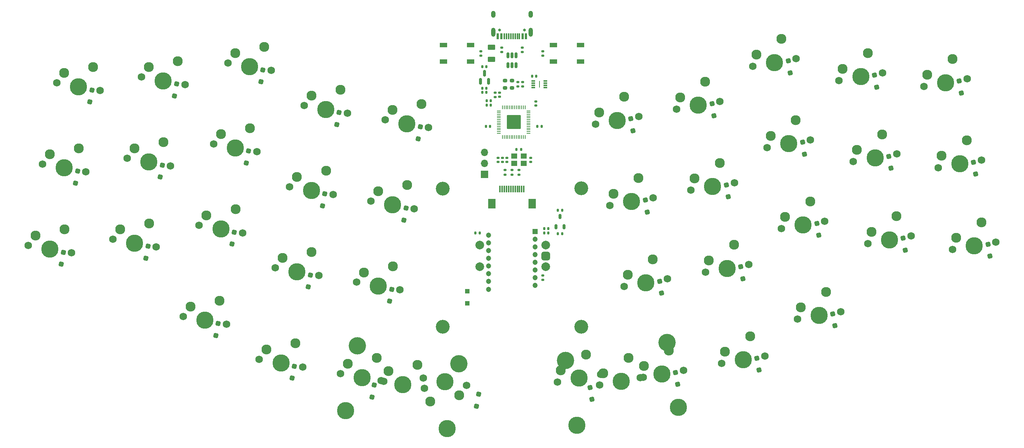
<source format=gbr>
%TF.GenerationSoftware,KiCad,Pcbnew,8.0.8*%
%TF.CreationDate,2025-05-06T20:43:44+02:00*%
%TF.ProjectId,Le Chisoffre,4c652043-6869-4736-9f66-6672652e6b69,rev?*%
%TF.SameCoordinates,Original*%
%TF.FileFunction,Soldermask,Bot*%
%TF.FilePolarity,Negative*%
%FSLAX46Y46*%
G04 Gerber Fmt 4.6, Leading zero omitted, Abs format (unit mm)*
G04 Created by KiCad (PCBNEW 8.0.8) date 2025-05-06 20:43:44*
%MOMM*%
%LPD*%
G01*
G04 APERTURE LIST*
G04 Aperture macros list*
%AMRoundRect*
0 Rectangle with rounded corners*
0 $1 Rounding radius*
0 $2 $3 $4 $5 $6 $7 $8 $9 X,Y pos of 4 corners*
0 Add a 4 corners polygon primitive as box body*
4,1,4,$2,$3,$4,$5,$6,$7,$8,$9,$2,$3,0*
0 Add four circle primitives for the rounded corners*
1,1,$1+$1,$2,$3*
1,1,$1+$1,$4,$5*
1,1,$1+$1,$6,$7*
1,1,$1+$1,$8,$9*
0 Add four rect primitives between the rounded corners*
20,1,$1+$1,$2,$3,$4,$5,0*
20,1,$1+$1,$4,$5,$6,$7,0*
20,1,$1+$1,$6,$7,$8,$9,0*
20,1,$1+$1,$8,$9,$2,$3,0*%
G04 Aperture macros list end*
%ADD10C,1.750000*%
%ADD11C,3.987800*%
%ADD12C,2.300000*%
%ADD13C,2.000000*%
%ADD14RoundRect,0.500000X0.500000X0.500000X-0.500000X0.500000X-0.500000X-0.500000X0.500000X-0.500000X0*%
%ADD15C,4.000000*%
%ADD16C,3.200000*%
%ADD17RoundRect,0.250000X0.347537X-0.243348X0.243348X0.347537X-0.347537X0.243348X-0.243348X-0.347537X0*%
%ADD18RoundRect,0.140000X0.170000X-0.140000X0.170000X0.140000X-0.170000X0.140000X-0.170000X-0.140000X0*%
%ADD19RoundRect,0.250000X0.243348X-0.347537X0.347537X0.243348X-0.243348X0.347537X-0.347537X-0.243348X0*%
%ADD20RoundRect,0.200000X-0.275000X0.200000X-0.275000X-0.200000X0.275000X-0.200000X0.275000X0.200000X0*%
%ADD21RoundRect,0.250000X0.300000X-0.300000X0.300000X0.300000X-0.300000X0.300000X-0.300000X-0.300000X0*%
%ADD22R,0.900000X0.300000*%
%ADD23R,0.250000X1.650000*%
%ADD24C,0.650000*%
%ADD25R,0.600000X1.450000*%
%ADD26R,0.300000X1.450000*%
%ADD27O,1.000000X1.600000*%
%ADD28O,1.000000X2.100000*%
%ADD29RoundRect,0.250000X-0.625000X0.375000X-0.625000X-0.375000X0.625000X-0.375000X0.625000X0.375000X0*%
%ADD30RoundRect,0.140000X-0.140000X-0.170000X0.140000X-0.170000X0.140000X0.170000X-0.140000X0.170000X0*%
%ADD31RoundRect,0.135000X0.135000X0.185000X-0.135000X0.185000X-0.135000X-0.185000X0.135000X-0.185000X0*%
%ADD32RoundRect,0.150000X0.150000X-0.450000X0.150000X0.450000X-0.150000X0.450000X-0.150000X-0.450000X0*%
%ADD33RoundRect,0.140000X0.140000X0.170000X-0.140000X0.170000X-0.140000X-0.170000X0.140000X-0.170000X0*%
%ADD34RoundRect,0.050000X0.387500X0.050000X-0.387500X0.050000X-0.387500X-0.050000X0.387500X-0.050000X0*%
%ADD35RoundRect,0.050000X0.050000X0.387500X-0.050000X0.387500X-0.050000X-0.387500X0.050000X-0.387500X0*%
%ADD36RoundRect,0.144000X1.456000X1.456000X-1.456000X1.456000X-1.456000X-1.456000X1.456000X-1.456000X0*%
%ADD37R,1.700000X1.000000*%
%ADD38RoundRect,0.135000X-0.185000X0.135000X-0.185000X-0.135000X0.185000X-0.135000X0.185000X0.135000X0*%
%ADD39RoundRect,0.150000X0.150000X-0.512500X0.150000X0.512500X-0.150000X0.512500X-0.150000X-0.512500X0*%
%ADD40RoundRect,0.135000X0.185000X-0.135000X0.185000X0.135000X-0.185000X0.135000X-0.185000X-0.135000X0*%
%ADD41R,1.400000X1.200000*%
%ADD42RoundRect,0.150000X0.150000X-0.587500X0.150000X0.587500X-0.150000X0.587500X-0.150000X-0.587500X0*%
%ADD43RoundRect,0.140000X-0.170000X0.140000X-0.170000X-0.140000X0.170000X-0.140000X0.170000X0.140000X0*%
%ADD44R,0.300000X1.600000*%
%ADD45R,1.800000X2.200000*%
%ADD46R,1.700000X1.700000*%
%ADD47O,1.700000X1.700000*%
%ADD48RoundRect,0.135000X-0.135000X-0.185000X0.135000X-0.185000X0.135000X0.185000X-0.135000X0.185000X0*%
%ADD49R,1.200000X1.200000*%
%ADD50C,1.200000*%
G04 APERTURE END LIST*
D10*
%TO.C,MX17*%
X192178612Y-73706304D03*
D11*
X197181435Y-72824171D03*
D10*
X202184258Y-71942038D03*
D12*
X192988251Y-70984359D03*
X198800714Y-67380281D03*
%TD*%
D10*
%TO.C,MX28*%
X213089398Y-82592687D03*
D11*
X218092221Y-81710554D03*
D10*
X223095044Y-80828421D03*
D12*
X213899037Y-79870742D03*
X219711500Y-76266664D03*
%TD*%
D10*
%TO.C,MX25*%
X114931578Y-94964223D03*
D11*
X119934401Y-95846356D03*
D10*
X124937224Y-96728489D03*
D12*
X116623350Y-92683345D03*
X123317945Y-91284599D03*
%TD*%
D10*
%TO.C,MX20*%
X249287374Y-68472457D03*
D11*
X254290197Y-67590324D03*
D10*
X259293020Y-66708191D03*
D12*
X250097013Y-65750512D03*
X255909476Y-62146434D03*
%TD*%
D10*
%TO.C,MX35*%
X199241187Y-113760158D03*
D11*
X204244010Y-112878025D03*
D10*
X209246833Y-111995892D03*
D12*
X200050826Y-111038213D03*
X205863289Y-107434135D03*
%TD*%
D10*
%TO.C,MX9*%
X226391789Y-48329720D03*
D11*
X231394612Y-47447587D03*
D10*
X236397435Y-46565454D03*
D12*
X227201428Y-45607775D03*
X233013891Y-42003697D03*
%TD*%
D13*
%TO.C,SW2*%
X158612500Y-91400000D03*
X158612500Y-86400000D03*
D14*
X158612500Y-88900000D03*
D13*
X143412500Y-86400000D03*
X143412500Y-91400000D03*
%TD*%
D10*
%TO.C,MX8*%
X206473403Y-45071512D03*
D11*
X211476226Y-44189379D03*
D10*
X216479049Y-43307246D03*
D12*
X207283042Y-42349567D03*
X213095505Y-38745489D03*
%TD*%
D10*
%TO.C,MX24*%
X96170990Y-91656225D03*
D11*
X101173813Y-92538358D03*
D10*
X106176636Y-93420491D03*
D12*
X97862762Y-89375347D03*
X104557357Y-87976601D03*
%TD*%
D10*
%TO.C,MX39*%
X161297358Y-118012792D03*
D11*
X166300181Y-117130659D03*
D10*
X171303004Y-116248526D03*
D12*
X162106997Y-115290847D03*
X167919460Y-111686769D03*
%TD*%
D10*
%TO.C,MX11*%
X42370225Y-67661791D03*
D11*
X47373048Y-68543924D03*
D10*
X52375871Y-69426057D03*
D12*
X44061997Y-65380913D03*
X50756592Y-63982167D03*
%TD*%
D10*
%TO.C,MX15*%
X118239576Y-76203635D03*
D11*
X123242399Y-77085768D03*
D10*
X128245222Y-77967901D03*
D12*
X119931348Y-73922757D03*
X126625943Y-72524011D03*
%TD*%
D10*
%TO.C,MX26*%
X176759102Y-95962495D03*
D11*
X181761925Y-95080362D03*
D10*
X186764748Y-94198229D03*
D12*
X177568741Y-93240550D03*
X183381204Y-89636472D03*
%TD*%
D10*
%TO.C,MX19*%
X229699787Y-67090308D03*
D11*
X234702610Y-66208175D03*
D10*
X239705433Y-65326042D03*
D12*
X230509426Y-64368363D03*
X236321889Y-60764285D03*
%TD*%
D10*
%TO.C,MX38*%
X140371298Y-118833195D03*
D11*
X135368475Y-117951062D03*
D10*
X130365652Y-117068929D03*
D12*
X138679526Y-121114073D03*
X131984931Y-122512819D03*
%TD*%
D10*
%TO.C,MX37*%
X111191565Y-116106005D03*
D11*
X116194388Y-116988138D03*
D10*
X121197211Y-117870271D03*
D12*
X112883337Y-113825127D03*
X119577932Y-112426381D03*
%TD*%
D10*
%TO.C,MX6*%
X170143106Y-58441320D03*
D11*
X175145929Y-57559187D03*
D10*
X180148752Y-56677054D03*
D12*
X170952745Y-55719375D03*
X176765208Y-52115297D03*
%TD*%
D10*
%TO.C,MX5*%
X121547573Y-57443048D03*
D11*
X126550396Y-58325181D03*
D10*
X131553219Y-59207314D03*
D12*
X123239345Y-55162170D03*
X129933940Y-53763424D03*
%TD*%
D10*
%TO.C,MX12*%
X61957812Y-66279642D03*
D11*
X66960635Y-67161775D03*
D10*
X71963458Y-68043908D03*
D12*
X63649584Y-63998764D03*
X70344179Y-62600018D03*
%TD*%
D10*
%TO.C,MX23*%
X78568202Y-81782022D03*
D11*
X83571025Y-82664155D03*
D10*
X88573848Y-83546288D03*
D12*
X80259974Y-79501144D03*
X86954569Y-78102398D03*
%TD*%
D10*
%TO.C,MX29*%
X233040865Y-86038502D03*
D11*
X238043688Y-85156369D03*
D10*
X243046511Y-84274236D03*
D12*
X233850504Y-83316557D03*
X239662967Y-79712479D03*
%TD*%
D10*
%TO.C,MX14*%
X99478988Y-72895638D03*
D11*
X104481811Y-73777771D03*
D10*
X109484634Y-74659904D03*
D12*
X101170760Y-70614760D03*
X107865355Y-69216014D03*
%TD*%
D15*
%TO.C,S2*%
X186611552Y-108905707D03*
X163160817Y-113040704D03*
D11*
X165807215Y-128049174D03*
X189257951Y-123914178D03*
%TD*%
D10*
%TO.C,MX2*%
X65265810Y-47519054D03*
D11*
X70268633Y-48401187D03*
D10*
X75271456Y-49283320D03*
D12*
X66957582Y-45238176D03*
X73652177Y-43839430D03*
%TD*%
D16*
%TO.C,H4*%
X166859205Y-105283250D03*
%TD*%
D10*
%TO.C,MX3*%
X85184197Y-44260847D03*
D11*
X90187020Y-45142980D03*
D10*
X95189843Y-46025113D03*
D12*
X86875969Y-41979969D03*
X93570564Y-40581223D03*
%TD*%
D10*
%TO.C,MX30*%
X252628452Y-87420651D03*
D11*
X257631275Y-86538518D03*
D10*
X262634098Y-85656385D03*
D12*
X253438091Y-84698706D03*
X259250554Y-81094628D03*
%TD*%
D10*
%TO.C,MX7*%
X188870614Y-54945716D03*
D11*
X193873437Y-54063583D03*
D10*
X198876260Y-53181450D03*
D12*
X189680253Y-52223771D03*
X195492716Y-48619693D03*
%TD*%
D10*
%TO.C,MX22*%
X58649815Y-85040230D03*
D11*
X63652638Y-85922363D03*
D10*
X68655461Y-86804496D03*
D12*
X60341587Y-82759352D03*
X67036182Y-81360606D03*
%TD*%
D10*
%TO.C,MX36*%
X216777816Y-103510743D03*
D11*
X221780639Y-102628610D03*
D10*
X226783462Y-101746477D03*
D12*
X217587455Y-100788798D03*
X223399918Y-97184720D03*
%TD*%
D10*
%TO.C,MX34*%
X171096294Y-118734221D03*
D11*
X176099117Y-117852088D03*
D10*
X181101940Y-116969955D03*
D12*
X171905933Y-116012276D03*
X177718396Y-112408198D03*
%TD*%
D16*
%TO.C,H3*%
X134853935Y-105290620D03*
%TD*%
D10*
%TO.C,MX31*%
X74846704Y-102887683D03*
D11*
X79849527Y-103769816D03*
D10*
X84852350Y-104651949D03*
D12*
X76538476Y-100606805D03*
X83233071Y-99208059D03*
%TD*%
D10*
%TO.C,MX21*%
X39062227Y-86422379D03*
D11*
X44065050Y-87304512D03*
D10*
X49067873Y-88186645D03*
D12*
X40753999Y-84141501D03*
X47448594Y-82742755D03*
%TD*%
D10*
%TO.C,MX10*%
X245979377Y-49711870D03*
D11*
X250982200Y-48829737D03*
D10*
X255985023Y-47947604D03*
D12*
X246789016Y-46989925D03*
X252601479Y-43385847D03*
%TD*%
D10*
%TO.C,MX33*%
X120580213Y-117738224D03*
D11*
X125583036Y-118620357D03*
D10*
X130585859Y-119502490D03*
D12*
X122271985Y-115457346D03*
X128966580Y-114058600D03*
%TD*%
D10*
%TO.C,MX4*%
X102786986Y-54135050D03*
D11*
X107789809Y-55017183D03*
D10*
X112792632Y-55899316D03*
D12*
X104478758Y-51854172D03*
X111173353Y-50455426D03*
%TD*%
D10*
%TO.C,MX32*%
X92449493Y-112761887D03*
D11*
X97452316Y-113644020D03*
D10*
X102455139Y-114526153D03*
D12*
X94141265Y-110481009D03*
X100835860Y-109082263D03*
%TD*%
D16*
%TO.C,H2*%
X166855645Y-73278740D03*
%TD*%
D15*
%TO.C,S1*%
X138521336Y-113808973D03*
X115070601Y-109673976D03*
D11*
X135874938Y-128817444D03*
X112424203Y-124682446D03*
%TD*%
D10*
%TO.C,MX13*%
X81876199Y-63021434D03*
D11*
X86879022Y-63903567D03*
D10*
X91881845Y-64785700D03*
D12*
X83567971Y-60740556D03*
X90262566Y-59341810D03*
%TD*%
D10*
%TO.C,MX40*%
X180471445Y-117049868D03*
D11*
X185474268Y-116167735D03*
D10*
X190477091Y-115285602D03*
D12*
X181281084Y-114327923D03*
X187093547Y-110723845D03*
%TD*%
D10*
%TO.C,MX16*%
X173451104Y-77201907D03*
D11*
X178453927Y-76319774D03*
D10*
X183456750Y-75437641D03*
D12*
X174260743Y-74479962D03*
X180073206Y-70875884D03*
%TD*%
D10*
%TO.C,MX1*%
X45678223Y-48901204D03*
D11*
X50681046Y-49783337D03*
D10*
X55683869Y-50665470D03*
D12*
X47369995Y-46620326D03*
X54064590Y-45221580D03*
%TD*%
D10*
%TO.C,MX18*%
X209781400Y-63832099D03*
D11*
X214784223Y-62949966D03*
D10*
X219787046Y-62067833D03*
D12*
X210591039Y-61110154D03*
X216403502Y-57506076D03*
%TD*%
D10*
%TO.C,MX27*%
X195519690Y-92654497D03*
D11*
X200522513Y-91772364D03*
D10*
X205525336Y-90890231D03*
D12*
X196329329Y-89932552D03*
X202141792Y-86328474D03*
%TD*%
D16*
%TO.C,H1*%
X134848345Y-73297790D03*
%TD*%
D17*
%TO.C,D28*%
X221737759Y-84101334D03*
X221251545Y-81343872D03*
%TD*%
%TO.C,D35*%
X207889548Y-115268805D03*
X207403334Y-112511343D03*
%TD*%
D18*
%TO.C,C15*%
X156368750Y-54141250D03*
X156368750Y-53181250D03*
%TD*%
D17*
%TO.C,D16*%
X182099465Y-78710554D03*
X181613251Y-75953092D03*
%TD*%
D19*
%TO.C,D32*%
X100060307Y-117137466D03*
X100546521Y-114380004D03*
%TD*%
D20*
%TO.C,R7*%
X150812500Y-48387500D03*
X150812500Y-50037500D03*
%TD*%
D17*
%TO.C,D40*%
X189119806Y-118558515D03*
X188633592Y-115801053D03*
%TD*%
%TO.C,D27*%
X204168051Y-94163144D03*
X203681837Y-91405682D03*
%TD*%
D19*
%TO.C,D25*%
X122542392Y-99339802D03*
X123028606Y-96582340D03*
%TD*%
D20*
%TO.C,R8*%
X149225000Y-48387500D03*
X149225000Y-50037500D03*
%TD*%
D19*
%TO.C,D2*%
X72876624Y-51894633D03*
X73362838Y-49137171D03*
%TD*%
%TO.C,D4*%
X110397800Y-58510629D03*
X110884014Y-55753167D03*
%TD*%
%TO.C,D11*%
X49981039Y-72037370D03*
X50467253Y-69279908D03*
%TD*%
D18*
%TO.C,C4*%
X147968732Y-52116199D03*
X147968732Y-51156199D03*
%TD*%
D21*
%TO.C,D41*%
X140493750Y-99825000D03*
X140493750Y-97025000D03*
%TD*%
D19*
%TO.C,D31*%
X82457518Y-107263262D03*
X82943732Y-104505800D03*
%TD*%
D22*
%TO.C,IC1*%
X158562500Y-48462500D03*
X158562500Y-48962500D03*
X158562500Y-49462500D03*
X158562500Y-49962500D03*
X155762500Y-49962500D03*
X155762500Y-49462500D03*
X155762500Y-48962500D03*
X155762500Y-48462500D03*
D23*
X157162500Y-49212500D03*
%TD*%
D17*
%TO.C,D10*%
X254627738Y-51220517D03*
X254141524Y-48463055D03*
%TD*%
%TO.C,D8*%
X215121764Y-46580159D03*
X214635550Y-43822697D03*
%TD*%
D24*
%TO.C,J1*%
X147922500Y-36655000D03*
X153702500Y-36655000D03*
D25*
X147562500Y-38100000D03*
X148362500Y-38100000D03*
D26*
X149562500Y-38100000D03*
X150562500Y-38100000D03*
X151062500Y-38100000D03*
X152062500Y-38100000D03*
D25*
X153262500Y-38100000D03*
X154062500Y-38100000D03*
X154062500Y-38100000D03*
X153262500Y-38100000D03*
D26*
X152562500Y-38100000D03*
X151562500Y-38100000D03*
X150062500Y-38100000D03*
X149062500Y-38100000D03*
D25*
X148362500Y-38100000D03*
X147562500Y-38100000D03*
D27*
X146492500Y-33005000D03*
D28*
X146492500Y-37185000D03*
D27*
X155132500Y-33005000D03*
D28*
X155132500Y-37185000D03*
%TD*%
D17*
%TO.C,D39*%
X169311857Y-122028731D03*
X168825643Y-119271269D03*
%TD*%
D29*
%TO.C,F1*%
X146050000Y-40668750D03*
X146050000Y-43468750D03*
%TD*%
D17*
%TO.C,D6*%
X178791467Y-59949967D03*
X178305253Y-57192505D03*
%TD*%
D30*
%TO.C,C16*%
X143982500Y-45143750D03*
X144942500Y-45143750D03*
%TD*%
D31*
%TO.C,R10*%
X143385000Y-83543750D03*
X142365000Y-83543750D03*
%TD*%
D17*
%TO.C,D18*%
X218429761Y-65340746D03*
X217943547Y-62583284D03*
%TD*%
D19*
%TO.C,D15*%
X125850390Y-80579214D03*
X126336604Y-77821752D03*
%TD*%
D32*
%TO.C,U4*%
X162875000Y-82162500D03*
X160975000Y-82162500D03*
X161925000Y-79762500D03*
%TD*%
D33*
%TO.C,C20*%
X162405248Y-78331937D03*
X161445248Y-78331937D03*
%TD*%
D34*
%TO.C,U3*%
X154680000Y-55343750D03*
X154680000Y-55743750D03*
X154680000Y-56143750D03*
X154680000Y-56543750D03*
X154680000Y-56943750D03*
X154680000Y-57343750D03*
X154680000Y-57743750D03*
X154680000Y-58143750D03*
X154680000Y-58543750D03*
X154680000Y-58943750D03*
X154680000Y-59343750D03*
X154680000Y-59743750D03*
X154680000Y-60143750D03*
X154680000Y-60543750D03*
D35*
X153842500Y-61381250D03*
X153442500Y-61381250D03*
X153042500Y-61381250D03*
X152642500Y-61381250D03*
X152242500Y-61381250D03*
X151842500Y-61381250D03*
X151442500Y-61381250D03*
X151042500Y-61381250D03*
X150642500Y-61381250D03*
X150242500Y-61381250D03*
X149842500Y-61381250D03*
X149442500Y-61381250D03*
X149042500Y-61381250D03*
X148642500Y-61381250D03*
D34*
X147805000Y-60543750D03*
X147805000Y-60143750D03*
X147805000Y-59743750D03*
X147805000Y-59343750D03*
X147805000Y-58943750D03*
X147805000Y-58543750D03*
X147805000Y-58143750D03*
X147805000Y-57743750D03*
X147805000Y-57343750D03*
X147805000Y-56943750D03*
X147805000Y-56543750D03*
X147805000Y-56143750D03*
X147805000Y-55743750D03*
X147805000Y-55343750D03*
D35*
X148642500Y-54506250D03*
X149042500Y-54506250D03*
X149442500Y-54506250D03*
X149842500Y-54506250D03*
X150242500Y-54506250D03*
X150642500Y-54506250D03*
X151042500Y-54506250D03*
X151442500Y-54506250D03*
X151842500Y-54506250D03*
X152242500Y-54506250D03*
X152642500Y-54506250D03*
X153042500Y-54506250D03*
X153442500Y-54506250D03*
X153842500Y-54506250D03*
D36*
X151242500Y-57943750D03*
%TD*%
D33*
%TO.C,C11*%
X145743796Y-58948805D03*
X144783796Y-58948805D03*
%TD*%
%TO.C,C19*%
X159230000Y-83543750D03*
X158270000Y-83543750D03*
%TD*%
D17*
%TO.C,D36*%
X225426177Y-105019390D03*
X224939963Y-102261928D03*
%TD*%
%TO.C,D19*%
X238348148Y-68598955D03*
X237861934Y-65841493D03*
%TD*%
D19*
%TO.C,D38*%
X142631893Y-123616231D03*
X143118107Y-120858769D03*
%TD*%
D37*
%TO.C,SW1*%
X160362500Y-43968750D03*
X166662500Y-43968750D03*
X160362500Y-40168750D03*
X166662500Y-40168750D03*
%TD*%
D38*
%TO.C,R12*%
X152400000Y-69056250D03*
X152400000Y-70076250D03*
%TD*%
D18*
%TO.C,C2*%
X155127910Y-67155957D03*
X155127910Y-66195957D03*
%TD*%
D33*
%TO.C,C17*%
X144942500Y-51100000D03*
X143982500Y-51100000D03*
%TD*%
D17*
%TO.C,D7*%
X197518975Y-56454363D03*
X197032761Y-53696901D03*
%TD*%
D30*
%TO.C,C18*%
X158270000Y-82550000D03*
X159230000Y-82550000D03*
%TD*%
D19*
%TO.C,D13*%
X89487013Y-67397013D03*
X89973227Y-64639551D03*
%TD*%
D17*
%TO.C,D17*%
X200826973Y-75214951D03*
X200340759Y-72457489D03*
%TD*%
D18*
%TO.C,C8*%
X146940809Y-52126373D03*
X146940809Y-51166373D03*
%TD*%
D19*
%TO.C,D12*%
X69568626Y-70655221D03*
X70054840Y-67897759D03*
%TD*%
%TO.C,D1*%
X53289037Y-53276783D03*
X53775251Y-50519321D03*
%TD*%
D39*
%TO.C,U1*%
X151762500Y-44793750D03*
X150812500Y-44793750D03*
X149862500Y-44793750D03*
X149862500Y-42518750D03*
X150812500Y-42518750D03*
X151762500Y-42518750D03*
%TD*%
D38*
%TO.C,R13*%
X150812500Y-69056250D03*
X150812500Y-70076250D03*
%TD*%
D30*
%TO.C,C1*%
X155482331Y-47306956D03*
X156442331Y-47306956D03*
%TD*%
D33*
%TO.C,C9*%
X145954723Y-54044548D03*
X144994723Y-54044548D03*
%TD*%
D19*
%TO.C,D23*%
X86179016Y-86157601D03*
X86665230Y-83400139D03*
%TD*%
D38*
%TO.C,R3*%
X148431250Y-40765000D03*
X148431250Y-41785000D03*
%TD*%
D30*
%TO.C,C12*%
X156690046Y-58948805D03*
X157650046Y-58948805D03*
%TD*%
D17*
%TO.C,D29*%
X241689226Y-87547149D03*
X241203012Y-84789687D03*
%TD*%
D40*
%TO.C,R9*%
X157956250Y-94456250D03*
X157956250Y-93436250D03*
%TD*%
D33*
%TO.C,C21*%
X162405000Y-83743750D03*
X161445000Y-83743750D03*
%TD*%
D41*
%TO.C,Y1*%
X151300000Y-65825000D03*
X153500000Y-65825000D03*
X153500000Y-67525000D03*
X151300000Y-67525000D03*
%TD*%
D37*
%TO.C,SWR1*%
X141262500Y-40168750D03*
X134962500Y-40168750D03*
X141262500Y-43968750D03*
X134962500Y-43968750D03*
%TD*%
D33*
%TO.C,C14*%
X145955013Y-52993014D03*
X144995013Y-52993014D03*
%TD*%
D19*
%TO.C,D21*%
X46673041Y-90797958D03*
X47159255Y-88040496D03*
%TD*%
%TO.C,D14*%
X107089802Y-77271217D03*
X107576016Y-74513755D03*
%TD*%
D38*
%TO.C,R5*%
X143668750Y-41558750D03*
X143668750Y-42578750D03*
%TD*%
D19*
%TO.C,D22*%
X66260629Y-89415809D03*
X66746843Y-86658347D03*
%TD*%
D38*
%TO.C,R4*%
X153193750Y-40765000D03*
X153193750Y-41785000D03*
%TD*%
D18*
%TO.C,C3*%
X149682815Y-67155000D03*
X149682815Y-66195000D03*
%TD*%
D17*
%TO.C,D26*%
X185407463Y-97471142D03*
X184921249Y-94713680D03*
%TD*%
D42*
%TO.C,U2*%
X145412500Y-48562500D03*
X143512500Y-48562500D03*
X144462500Y-46687500D03*
%TD*%
D43*
%TO.C,C10*%
X148609539Y-66212358D03*
X148609539Y-67172358D03*
%TD*%
D44*
%TO.C,J2*%
X153562500Y-73406250D03*
X153062500Y-73406250D03*
X152562500Y-73406250D03*
X152062500Y-73406250D03*
X151562500Y-73406250D03*
X151062500Y-73406250D03*
X150562500Y-73406250D03*
X150062500Y-73406250D03*
X149562500Y-73406250D03*
X149062500Y-73406250D03*
X148562500Y-73406250D03*
X148062500Y-73406250D03*
D45*
X155462500Y-76806250D03*
X146162500Y-76806250D03*
%TD*%
D17*
%TO.C,D9*%
X235040150Y-49838367D03*
X234553936Y-47080905D03*
%TD*%
D19*
%TO.C,D24*%
X103781804Y-96031804D03*
X104268018Y-93274342D03*
%TD*%
D30*
%TO.C,C7*%
X143982500Y-50106250D03*
X144942500Y-50106250D03*
%TD*%
D19*
%TO.C,D37*%
X118491255Y-121466809D03*
X118977469Y-118709347D03*
%TD*%
D46*
%TO.C,SWD1*%
X144462500Y-69993750D03*
D47*
X144462500Y-67453750D03*
X144462500Y-64913750D03*
%TD*%
D19*
%TO.C,D5*%
X129158387Y-61818627D03*
X129644601Y-59061165D03*
%TD*%
D18*
%TO.C,C13*%
X152221837Y-49690534D03*
X152221837Y-48730534D03*
%TD*%
D40*
%TO.C,R11*%
X149225000Y-70076250D03*
X149225000Y-69056250D03*
%TD*%
D48*
%TO.C,R6*%
X151890000Y-64293750D03*
X152910000Y-64293750D03*
%TD*%
D19*
%TO.C,D3*%
X92795011Y-48636426D03*
X93281225Y-45878964D03*
%TD*%
D43*
%TO.C,C6*%
X147622780Y-66204935D03*
X147622780Y-67164935D03*
%TD*%
D17*
%TO.C,D20*%
X257935735Y-69981104D03*
X257449521Y-67223642D03*
%TD*%
D40*
%TO.C,R2*%
X157956250Y-42578750D03*
X157956250Y-41558750D03*
%TD*%
D49*
%TO.C,U5*%
X156150243Y-83224438D03*
D50*
X156150243Y-85004438D03*
X156150243Y-86784438D03*
X156150243Y-88564438D03*
X156150243Y-90344438D03*
X156150243Y-92124438D03*
X156150243Y-93904438D03*
X156150243Y-95684438D03*
X145450243Y-96574438D03*
X145450243Y-94794438D03*
X145450243Y-93014438D03*
X145450243Y-91234438D03*
X145450243Y-89454438D03*
X145450243Y-87674438D03*
X145450243Y-85894438D03*
X145450243Y-84114438D03*
%TD*%
D18*
%TO.C,C5*%
X153293750Y-49692500D03*
X153293750Y-48732500D03*
%TD*%
D17*
%TO.C,D30*%
X261276813Y-88929298D03*
X260790599Y-86171836D03*
%TD*%
M02*

</source>
